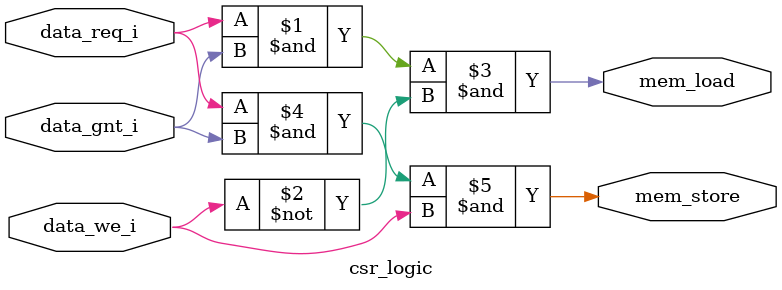
<source format=v>

module csr_logic(
    // These ports are not in any interface
    input                               data_gnt_i,
    input                               data_req_i,
    input                               data_we_i,
    output                              mem_load,
    output                              mem_store
);

// WARNING: EVERYTHING ON AND ABOVE THIS LINE MAY BE OVERWRITTEN BY KACTUS2!!!

    assign mem_load  = data_req_i & data_gnt_i & (~data_we_i); 
    assign mem_store = data_req_i & data_gnt_i & data_we_i;

endmodule

</source>
